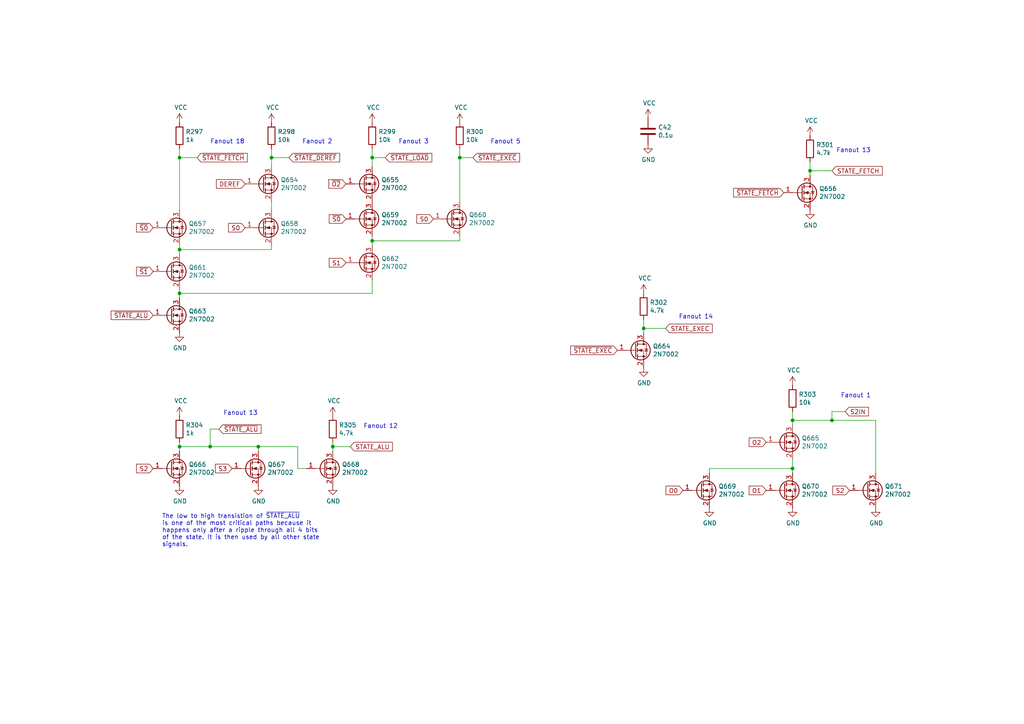
<source format=kicad_sch>
(kicad_sch (version 20211123) (generator eeschema)
  (paper "A4")
  (title_block (title "Q2 Computer") (date "2022-04-16") (rev "4c") (company "joewing.net"))
  (lib_symbols
    (symbol "Device:C" (pin_numbers hide) (pin_names (offset 0.254))
      (property "Reference" "C" (at 0.635 2.54 0))
      (property "Value" "C" (at 0.635 -2.54 0))
      (symbol "C_0_1"
        (polyline (pts (xy -2.032 -0.762) (xy 2.032 -0.762)) (stroke (width 0.508)))
        (polyline (pts (xy -2.032 0.762) (xy 2.032 0.762)) (stroke (width 0.508)))
      )
      (symbol "C_1_1"
        (pin passive line (at 0 3.81 270) (length 2.794) (name "~") (number "1"))
        (pin passive line (at 0 -3.81 90) (length 2.794) (name "~") (number "2"))
      )
    )
    (symbol "Device:R" (pin_numbers hide) (pin_names (offset 0))
      (property "Reference" "R" (at 2.032 0 90))
      (property "Value" "R" (at 0 0 90))
      (symbol "R_0_1"
        (rectangle (start -1.016 -2.54) (end 1.016 2.54) (stroke (width 0.254)))
      )
      (symbol "R_1_1"
        (pin passive line (at 0 3.81 270) (length 1.27) (name "~") (number "1"))
        (pin passive line (at 0 -3.81 90) (length 1.27) (name "~") (number "2"))
      )
    )
    (symbol "Transistor_FET:2N7002" (pin_names hide)
      (property "Reference" "Q" (at 5.08 1.905 0))
      (property "Value" "2N7002" (at 5.08 0 0))
      (symbol "2N7002_0_1"
        (polyline (pts (xy 0.254 0) (xy -2.54 0)))
        (polyline (pts (xy 0.254 1.905) (xy 0.254 -1.905)) (stroke (width 0.254)))
        (polyline (pts (xy 0.762 -1.27) (xy 0.762 -2.286)) (stroke (width 0.254)))
        (polyline (pts (xy 0.762 0.508) (xy 0.762 -0.508)) (stroke (width 0.254)))
        (polyline (pts (xy 0.762 2.286) (xy 0.762 1.27)) (stroke (width 0.254)))
        (polyline (pts (xy 2.54 2.54) (xy 2.54 1.778)))
        (polyline (pts (xy 2.54 -2.54) (xy 2.54 0) (xy 0.762 0)))
        (polyline (pts (xy 0.762 -1.778) (xy 3.302 -1.778) (xy 3.302 1.778) (xy 0.762 1.778)))
        (polyline (pts (xy 1.016 0) (xy 2.032 0.381) (xy 2.032 -0.381) (xy 1.016 0)) (fill (type outline)))
        (polyline (pts (xy 2.794 0.508) (xy 2.921 0.381) (xy 3.683 0.381) (xy 3.81 0.254)))
        (polyline (pts (xy 3.302 0.381) (xy 2.921 -0.254) (xy 3.683 -0.254) (xy 3.302 0.381)))
        (circle (center 1.651 0) (radius 2.794) (stroke (width 0.254)))
        (circle (center 2.54 -1.778) (radius 0.254) (fill (type outline)))
        (circle (center 2.54 1.778) (radius 0.254) (fill (type outline)))
      )
      (symbol "2N7002_1_1"
        (pin input line (at -5.08 0 0) (length 2.54) (name "G") (number "1"))
        (pin passive line (at 2.54 -5.08 90) (length 2.54) (name "S") (number "2"))
        (pin passive line (at 2.54 5.08 270) (length 2.54) (name "D") (number "3"))
      )
    )
    (symbol "power:GND" (power) (pin_names (offset 0))
      (property "Value" "GND" (at 0 -3.81 0))
      (symbol "GND_0_1"
        (polyline (pts (xy 0 0) (xy 0 -1.27) (xy 1.27 -1.27) (xy 0 -2.54) (xy -1.27 -1.27) (xy 0 -1.27)))
      )
      (symbol "GND_1_1"
        (pin power_in line (at 0 0 270) (length 0) hide (name "GND") (number "1"))
      )
    )
    (symbol "power:VCC" (power) (pin_names (offset 0))
      (property "Value" "VCC" (at 0 3.81 0))
      (symbol "VCC_0_1"
        (polyline (pts (xy -0.762 1.27) (xy 0 2.54)))
        (polyline (pts (xy 0 0) (xy 0 2.54)))
        (polyline (pts (xy 0 2.54) (xy 0.762 1.27)))
      )
      (symbol "VCC_1_1"
        (pin power_in line (at 0 0 90) (length 0) hide (name "VCC") (number "1"))
      )
    )
  )
  (junction (at 52.07 129.54))
  (junction (at 107.95 69.85))
  (junction (at 186.69 95.25))
  (junction (at 133.35 45.72))
  (junction (at 107.95 45.72))
  (junction (at 60.96 129.54))
  (junction (at 52.07 45.72))
  (junction (at 96.52 129.54))
  (junction (at 74.93 129.54))
  (junction (at 52.07 72.39))
  (junction (at 229.87 135.89))
  (junction (at 52.07 85.09))
  (junction (at 78.74 45.72))
  (junction (at 229.87 121.92))
  (junction (at 241.3 121.92))
  (junction (at 234.95 49.53))
  (wire (pts (xy 229.87 135.89) (xy 229.87 137.16)))
  (wire (pts (xy 60.96 129.54) (xy 74.93 129.54)))
  (wire (pts (xy 52.07 45.72) (xy 52.07 60.96)))
  (wire (pts (xy 241.3 121.92) (xy 254 121.92)))
  (wire (pts (xy 52.07 128.27) (xy 52.07 129.54)))
  (wire (pts (xy 60.96 124.46) (xy 60.96 129.54)))
  (wire (pts (xy 52.07 71.12) (xy 52.07 72.39)))
  (wire (pts (xy 52.07 129.54) (xy 60.96 129.54)))
  (wire (pts (xy 52.07 72.39) (xy 78.74 72.39)))
  (wire (pts (xy 96.52 128.27) (xy 96.52 129.54)))
  (wire (pts (xy 137.16 45.72) (xy 133.35 45.72)))
  (wire (pts (xy 241.3 119.38) (xy 241.3 121.92)))
  (wire (pts (xy 107.95 81.28) (xy 107.95 85.09)))
  (wire (pts (xy 52.07 45.72) (xy 57.15 45.72)))
  (wire (pts (xy 107.95 43.18) (xy 107.95 45.72)))
  (wire (pts (xy 229.87 119.38) (xy 229.87 121.92)))
  (wire (pts (xy 63.5 124.46) (xy 60.96 124.46)))
  (wire (pts (xy 133.35 45.72) (xy 133.35 58.42)))
  (wire (pts (xy 193.04 95.25) (xy 186.69 95.25)))
  (wire (pts (xy 133.35 43.18) (xy 133.35 45.72)))
  (wire (pts (xy 52.07 72.39) (xy 52.07 73.66)))
  (wire (pts (xy 254 121.92) (xy 254 137.16)))
  (wire (pts (xy 78.74 72.39) (xy 78.74 71.12)))
  (wire (pts (xy 234.95 46.99) (xy 234.95 49.53)))
  (wire (pts (xy 241.3 49.53) (xy 234.95 49.53)))
  (wire (pts (xy 74.93 129.54) (xy 74.93 130.81)))
  (wire (pts (xy 186.69 95.25) (xy 186.69 96.52)))
  (wire (pts (xy 133.35 69.85) (xy 133.35 68.58)))
  (wire (pts (xy 107.95 45.72) (xy 107.95 48.26)))
  (wire (pts (xy 52.07 85.09) (xy 52.07 86.36)))
  (wire (pts (xy 96.52 129.54) (xy 96.52 130.81)))
  (wire (pts (xy 52.07 83.82) (xy 52.07 85.09)))
  (wire (pts (xy 52.07 85.09) (xy 107.95 85.09)))
  (wire (pts (xy 107.95 45.72) (xy 111.76 45.72)))
  (wire (pts (xy 245.11 119.38) (xy 241.3 119.38)))
  (wire (pts (xy 101.6 129.54) (xy 96.52 129.54)))
  (wire (pts (xy 205.74 135.89) (xy 229.87 135.89)))
  (wire (pts (xy 186.69 92.71) (xy 186.69 95.25)))
  (wire (pts (xy 78.74 43.18) (xy 78.74 45.72)))
  (wire (pts (xy 229.87 135.89) (xy 229.87 133.35)))
  (wire (pts (xy 78.74 45.72) (xy 78.74 48.26)))
  (wire (pts (xy 78.74 58.42) (xy 78.74 60.96)))
  (wire (pts (xy 229.87 121.92) (xy 229.87 123.19)))
  (wire (pts (xy 234.95 49.53) (xy 234.95 50.8)))
  (wire (pts (xy 52.07 45.72) (xy 52.07 43.18)))
  (wire (pts (xy 229.87 121.92) (xy 241.3 121.92)))
  (wire (pts (xy 74.93 129.54) (xy 86.36 129.54)))
  (wire (pts (xy 107.95 69.85) (xy 107.95 68.58)))
  (wire (pts (xy 107.95 69.85) (xy 133.35 69.85)))
  (wire (pts (xy 86.36 135.89) (xy 88.9 135.89)))
  (wire (pts (xy 107.95 71.12) (xy 107.95 69.85)))
  (wire (pts (xy 52.07 129.54) (xy 52.07 130.81)))
  (wire (pts (xy 78.74 45.72) (xy 83.82 45.72)))
  (wire (pts (xy 205.74 137.16) (xy 205.74 135.89)))
  (wire (pts (xy 86.36 129.54) (xy 86.36 135.89)))
  (text "Fanout 13" (at 64.77 120.65 0) (effects (font (size 1.27 1.27)) (justify left bottom)))
  (text "Fanout 13" (at 242.57 44.45 0) (effects (font (size 1.27 1.27)) (justify left bottom)))
  (text "Fanout 14" (at 196.85 92.71 0) (effects (font (size 1.27 1.27)) (justify left bottom)))
  (text "Fanout 12" (at 105.41 124.46 0) (effects (font (size 1.27 1.27)) (justify left bottom)))
  (text "Fanout 2" (at 87.63 41.91 0) (effects (font (size 1.27 1.27)) (justify left bottom)))
  (text "Fanout 1" (at 243.84 115.57 0) (effects (font (size 1.27 1.27)) (justify left bottom)))
  (text "The low to high transistion of ~{STATE_ALU}\nis one of the most critical paths because it\nhappens only after a ripple through all 4 bits\nof the state. It is then used by all other state\nsignals." (at 46.99 158.75 0) (effects (font (size 1.27 1.27)) (justify left bottom)))
  (text "Fanout 5" (at 142.24 41.91 0) (effects (font (size 1.27 1.27)) (justify left bottom)))
  (text "Fanout 3" (at 115.57 41.91 0) (effects (font (size 1.27 1.27)) (justify left bottom)))
  (text "Fanout 18" (at 60.96 41.91 0) (effects (font (size 1.27 1.27)) (justify left bottom)))
  (global_label "S3" (shape input) (at 67.31 135.89 180) (property "Intersheet References" "${INTERSHEET_REFS}" (effects hide)))
  (global_label "S2" (shape input) (at 44.45 135.89 180) (property "Intersheet References" "${INTERSHEET_REFS}" (effects hide)))
  (global_label "~{S1}" (shape input) (at 44.45 78.74 180) (property "Intersheet References" "${INTERSHEET_REFS}" (effects hide)))
  (global_label "~{S0}" (shape input) (at 44.45 66.04 180) (property "Intersheet References" "${INTERSHEET_REFS}" (effects hide)))
  (global_label "STATE_ALU" (shape input) (at 101.6 129.54 0) (property "Intersheet References" "${INTERSHEET_REFS}" (effects hide)))
  (global_label "STATE_FETCH" (shape input) (at 241.3 49.53 0) (property "Intersheet References" "${INTERSHEET_REFS}" (effects hide)))
  (global_label "O1" (shape input) (at 222.25 142.24 180) (property "Intersheet References" "${INTERSHEET_REFS}" (effects hide)))
  (global_label "~{STATE_LOAD}" (shape input) (at 111.76 45.72 0) (property "Intersheet References" "${INTERSHEET_REFS}" (effects hide)))
  (global_label "~{S0}" (shape input) (at 100.33 63.5 180) (property "Intersheet References" "${INTERSHEET_REFS}" (effects hide)))
  (global_label "~{STATE_FETCH}" (shape input) (at 57.15 45.72 0) (property "Intersheet References" "${INTERSHEET_REFS}" (effects hide)))
  (global_label "S2IN" (shape input) (at 245.11 119.38 0) (property "Intersheet References" "${INTERSHEET_REFS}" (effects hide)))
  (global_label "~{STATE_DEREF}" (shape input) (at 83.82 45.72 0) (property "Intersheet References" "${INTERSHEET_REFS}" (effects hide)))
  (global_label "~{STATE_ALU}" (shape input) (at 44.45 91.44 180) (property "Intersheet References" "${INTERSHEET_REFS}" (effects hide)))
  (global_label "~{STATE_ALU}" (shape input) (at 63.5 124.46 0) (property "Intersheet References" "${INTERSHEET_REFS}" (effects hide)))
  (global_label "~{O2}" (shape input) (at 100.33 53.34 180) (property "Intersheet References" "${INTERSHEET_REFS}" (effects hide)))
  (global_label "~{STATE_FETCH}" (shape input) (at 227.33 55.88 180) (property "Intersheet References" "${INTERSHEET_REFS}" (effects hide)))
  (global_label "S0" (shape input) (at 125.73 63.5 180) (property "Intersheet References" "${INTERSHEET_REFS}" (effects hide)))
  (global_label "~{STATE_EXEC}" (shape input) (at 137.16 45.72 0) (property "Intersheet References" "${INTERSHEET_REFS}" (effects hide)))
  (global_label "S2" (shape input) (at 246.38 142.24 180) (property "Intersheet References" "${INTERSHEET_REFS}" (effects hide)))
  (global_label "S0" (shape input) (at 71.12 66.04 180) (property "Intersheet References" "${INTERSHEET_REFS}" (effects hide)))
  (global_label "O0" (shape input) (at 198.12 142.24 180) (property "Intersheet References" "${INTERSHEET_REFS}" (effects hide)))
  (global_label "O2" (shape input) (at 222.25 128.27 180) (property "Intersheet References" "${INTERSHEET_REFS}" (effects hide)))
  (global_label "S1" (shape input) (at 100.33 76.2 180) (property "Intersheet References" "${INTERSHEET_REFS}" (effects hide)))
  (global_label "STATE_EXEC" (shape input) (at 193.04 95.25 0) (property "Intersheet References" "${INTERSHEET_REFS}" (effects hide)))
  (global_label "DEREF" (shape input) (at 71.12 53.34 180) (property "Intersheet References" "${INTERSHEET_REFS}" (effects hide)))
  (global_label "~{STATE_EXEC}" (shape input) (at 179.07 101.6 180) (property "Intersheet References" "${INTERSHEET_REFS}" (effects hide)))
  (symbol (lib_id "Transistor_FET:2N7002") (at 49.53 91.44 0) (unit 1)
    (property "Reference" "Q663" (at 54.7116 90.2716 0) (effects (justify left)))
    (property "Value" "2N7002" (at 54.7116 92.583 0) (effects (justify left)))
    (property "Footprint" "Package_TO_SOT_SMD:SOT-23" (effects hide))
    (property "LCSC" "C181083" (effects hide))
    (property "Manufacturer" "Guangdong Hottech" (effects hide))
    (property "Part Number" "2N7002" (effects hide))
    (property "Package" "SOT-23" (effects hide))
    (property "Type" "SMD" (effects hide))
  )
  (symbol (lib_id "power:GND") (at 52.07 96.52 0) (unit 1)
    (property "Reference" "#PWR0543" (effects hide))
    (property "Value" "GND" (at 52.197 100.9142 0))
  )
  (symbol (lib_id "power:GND") (at 52.07 140.97 0) (unit 1)
    (property "Reference" "#PWR0548" (effects hide))
    (property "Value" "GND" (at 52.197 145.3642 0))
  )
  (symbol (lib_id "power:GND") (at 234.95 60.96 0) (unit 1)
    (property "Reference" "#PWR0541" (effects hide))
    (property "Value" "GND" (at 235.077 65.3542 0))
  )
  (symbol (lib_id "power:VCC") (at 234.95 39.37 0) (unit 1)
    (property "Reference" "#PWR0540" (effects hide))
    (property "Value" "VCC" (at 235.331 34.9758 0))
  )
  (symbol (lib_id "Transistor_FET:2N7002") (at 232.41 55.88 0) (unit 1)
    (property "Reference" "Q656" (at 237.5916 54.7116 0) (effects (justify left)))
    (property "Value" "2N7002" (at 237.5916 57.023 0) (effects (justify left)))
    (property "Footprint" "Package_TO_SOT_SMD:SOT-23" (effects hide))
    (property "LCSC" "C181083" (effects hide))
    (property "Manufacturer" "Guangdong Hottech" (effects hide))
    (property "Part Number" "2N7002" (effects hide))
    (property "Package" "SOT-23" (effects hide))
    (property "Type" "SMD" (effects hide))
  )
  (symbol (lib_id "power:GND") (at 186.69 106.68 0) (unit 1)
    (property "Reference" "#PWR0544" (effects hide))
    (property "Value" "GND" (at 186.817 111.0742 0))
  )
  (symbol (lib_id "power:VCC") (at 186.69 85.09 0) (unit 1)
    (property "Reference" "#PWR0542" (effects hide))
    (property "Value" "VCC" (at 187.071 80.6958 0))
  )
  (symbol (lib_id "Transistor_FET:2N7002") (at 184.15 101.6 0) (unit 1)
    (property "Reference" "Q664" (at 189.3316 100.4316 0) (effects (justify left)))
    (property "Value" "2N7002" (at 189.3316 102.743 0) (effects (justify left)))
    (property "Footprint" "Package_TO_SOT_SMD:SOT-23" (effects hide))
    (property "LCSC" "C181083" (effects hide))
    (property "Manufacturer" "Guangdong Hottech" (effects hide))
    (property "Part Number" "2N7002" (effects hide))
    (property "Package" "SOT-23" (effects hide))
    (property "Type" "SMD" (effects hide))
  )
  (symbol (lib_id "Device:R") (at 52.07 39.37 0) (unit 1)
    (property "Reference" "R297" (at 53.848 38.2016 0) (effects (justify left)))
    (property "Value" "1k" (at 53.848 40.513 0) (effects (justify left)))
    (property "Footprint" "Resistor_SMD:R_0603_1608Metric" (effects hide))
    (property "LCSC" "C21190" (effects hide))
    (property "Manufacturer" "UNI-ROYAL(Uniroyal Elec)" (effects hide))
    (property "Part Number" "0603WAF1001T5E" (effects hide))
    (property "Package" "0603" (effects hide))
    (property "Type" "SMD" (effects hide))
  )
  (symbol (lib_id "Device:R") (at 186.69 88.9 0) (unit 1)
    (property "Reference" "R302" (at 188.468 87.7316 0) (effects (justify left)))
    (property "Value" "4.7k" (at 188.468 90.043 0) (effects (justify left)))
    (property "Footprint" "Resistor_SMD:R_0603_1608Metric" (effects hide))
    (property "LCSC" "C23162" (effects hide))
    (property "Manufacturer" "UNI-ROYAL(Uniroyal Elec)" (effects hide))
    (property "Part Number" "0603WAF4701T5E" (effects hide))
    (property "Package" "0603" (effects hide))
    (property "Type" "SMD" (effects hide))
  )
  (symbol (lib_id "Device:R") (at 234.95 43.18 0) (unit 1)
    (property "Reference" "R301" (at 236.728 42.0116 0) (effects (justify left)))
    (property "Value" "4.7k" (at 236.728 44.323 0) (effects (justify left)))
    (property "Footprint" "Resistor_SMD:R_0603_1608Metric" (effects hide))
    (property "LCSC" "C23162" (effects hide))
    (property "Manufacturer" "UNI-ROYAL(Uniroyal Elec)" (effects hide))
    (property "Part Number" "0603WAF4701T5E" (effects hide))
    (property "Package" "0603" (effects hide))
    (property "Type" "SMD" (effects hide))
  )
  (symbol (lib_id "Device:R") (at 52.07 124.46 0) (unit 1)
    (property "Reference" "R304" (at 53.848 123.2916 0) (effects (justify left)))
    (property "Value" "1k" (at 53.848 125.603 0) (effects (justify left)))
    (property "Footprint" "Resistor_SMD:R_0603_1608Metric" (effects hide))
    (property "LCSC" "C21190" (effects hide))
    (property "Manufacturer" "UNI-ROYAL(Uniroyal Elec)" (effects hide))
    (property "Part Number" "0603WAF1001T5E" (effects hide))
    (property "Package" "0603" (effects hide))
    (property "Type" "SMD" (effects hide))
  )
  (symbol (lib_id "power:GND") (at 74.93 140.97 0) (unit 1)
    (property "Reference" "#PWR0549" (effects hide))
    (property "Value" "GND" (at 75.057 145.3642 0))
  )
  (symbol (lib_id "Device:R") (at 96.52 124.46 0) (unit 1)
    (property "Reference" "R305" (at 98.298 123.2916 0) (effects (justify left)))
    (property "Value" "4.7k" (at 98.298 125.603 0) (effects (justify left)))
    (property "Footprint" "Resistor_SMD:R_0603_1608Metric" (effects hide))
    (property "LCSC" "C23162" (effects hide))
    (property "Manufacturer" "UNI-ROYAL(Uniroyal Elec)" (effects hide))
    (property "Part Number" "0603WAF4701T5E" (effects hide))
    (property "Package" "0603" (effects hide))
    (property "Type" "SMD" (effects hide))
  )
  (symbol (lib_id "power:VCC") (at 96.52 120.65 0) (unit 1)
    (property "Reference" "#PWR0547" (effects hide))
    (property "Value" "VCC" (at 96.901 116.2558 0))
  )
  (symbol (lib_id "Transistor_FET:2N7002") (at 49.53 66.04 0) (unit 1)
    (property "Reference" "Q657" (at 54.7116 64.8716 0) (effects (justify left)))
    (property "Value" "2N7002" (at 54.7116 67.183 0) (effects (justify left)))
    (property "Footprint" "Package_TO_SOT_SMD:SOT-23" (effects hide))
    (property "LCSC" "C181083" (effects hide))
    (property "Manufacturer" "Guangdong Hottech" (effects hide))
    (property "Part Number" "2N7002" (effects hide))
    (property "Package" "SOT-23" (effects hide))
    (property "Type" "SMD" (effects hide))
  )
  (symbol (lib_id "Transistor_FET:2N7002") (at 49.53 78.74 0) (unit 1)
    (property "Reference" "Q661" (at 54.7116 77.5716 0) (effects (justify left)))
    (property "Value" "2N7002" (at 54.7116 79.883 0) (effects (justify left)))
    (property "Footprint" "Package_TO_SOT_SMD:SOT-23" (effects hide))
    (property "LCSC" "C181083" (effects hide))
    (property "Manufacturer" "Guangdong Hottech" (effects hide))
    (property "Part Number" "2N7002" (effects hide))
    (property "Package" "SOT-23" (effects hide))
    (property "Type" "SMD" (effects hide))
  )
  (symbol (lib_id "Transistor_FET:2N7002") (at 93.98 135.89 0) (unit 1)
    (property "Reference" "Q668" (at 99.1616 134.7216 0) (effects (justify left)))
    (property "Value" "2N7002" (at 99.1616 137.033 0) (effects (justify left)))
    (property "Footprint" "Package_TO_SOT_SMD:SOT-23" (effects hide))
    (property "LCSC" "C181083" (effects hide))
    (property "Manufacturer" "Guangdong Hottech" (effects hide))
    (property "Part Number" "2N7002" (effects hide))
    (property "Package" "SOT-23" (effects hide))
    (property "Type" "SMD" (effects hide))
  )
  (symbol (lib_id "power:GND") (at 96.52 140.97 0) (unit 1)
    (property "Reference" "#PWR0550" (effects hide))
    (property "Value" "GND" (at 96.647 145.3642 0))
  )
  (symbol (lib_id "Transistor_FET:2N7002") (at 76.2 53.34 0) (unit 1)
    (property "Reference" "Q654" (at 81.3816 52.1716 0) (effects (justify left)))
    (property "Value" "2N7002" (at 81.3816 54.483 0) (effects (justify left)))
    (property "Footprint" "Package_TO_SOT_SMD:SOT-23" (effects hide))
    (property "LCSC" "C181083" (effects hide))
    (property "Manufacturer" "Guangdong Hottech" (effects hide))
    (property "Part Number" "2N7002" (effects hide))
    (property "Package" "SOT-23" (effects hide))
    (property "Type" "SMD" (effects hide))
  )
  (symbol (lib_id "Transistor_FET:2N7002") (at 76.2 66.04 0) (unit 1)
    (property "Reference" "Q658" (at 81.3816 64.8716 0) (effects (justify left)))
    (property "Value" "2N7002" (at 81.3816 67.183 0) (effects (justify left)))
    (property "Footprint" "Package_TO_SOT_SMD:SOT-23" (effects hide))
    (property "LCSC" "C181083" (effects hide))
    (property "Manufacturer" "Guangdong Hottech" (effects hide))
    (property "Part Number" "2N7002" (effects hide))
    (property "Package" "SOT-23" (effects hide))
    (property "Type" "SMD" (effects hide))
  )
  (symbol (lib_id "Transistor_FET:2N7002") (at 105.41 63.5 0) (unit 1)
    (property "Reference" "Q659" (at 110.5916 62.3316 0) (effects (justify left)))
    (property "Value" "2N7002" (at 110.5916 64.643 0) (effects (justify left)))
    (property "Footprint" "Package_TO_SOT_SMD:SOT-23" (effects hide))
    (property "LCSC" "C181083" (effects hide))
    (property "Manufacturer" "Guangdong Hottech" (effects hide))
    (property "Part Number" "2N7002" (effects hide))
    (property "Package" "SOT-23" (effects hide))
    (property "Type" "SMD" (effects hide))
  )
  (symbol (lib_id "Transistor_FET:2N7002") (at 105.41 76.2 0) (unit 1)
    (property "Reference" "Q662" (at 110.5916 75.0316 0) (effects (justify left)))
    (property "Value" "2N7002" (at 110.5916 77.343 0) (effects (justify left)))
    (property "Footprint" "Package_TO_SOT_SMD:SOT-23" (effects hide))
    (property "LCSC" "C181083" (effects hide))
    (property "Manufacturer" "Guangdong Hottech" (effects hide))
    (property "Part Number" "2N7002" (effects hide))
    (property "Package" "SOT-23" (effects hide))
    (property "Type" "SMD" (effects hide))
  )
  (symbol (lib_id "Transistor_FET:2N7002") (at 105.41 53.34 0) (unit 1)
    (property "Reference" "Q655" (at 110.5916 52.1716 0) (effects (justify left)))
    (property "Value" "2N7002" (at 110.5916 54.483 0) (effects (justify left)))
    (property "Footprint" "Package_TO_SOT_SMD:SOT-23" (effects hide))
    (property "LCSC" "C181083" (effects hide))
    (property "Manufacturer" "Guangdong Hottech" (effects hide))
    (property "Part Number" "2N7002" (effects hide))
    (property "Package" "SOT-23" (effects hide))
    (property "Type" "SMD" (effects hide))
  )
  (symbol (lib_id "Transistor_FET:2N7002") (at 130.81 63.5 0) (unit 1)
    (property "Reference" "Q660" (at 135.9916 62.3316 0) (effects (justify left)))
    (property "Value" "2N7002" (at 135.9916 64.643 0) (effects (justify left)))
    (property "Footprint" "Package_TO_SOT_SMD:SOT-23" (effects hide))
    (property "LCSC" "C181083" (effects hide))
    (property "Manufacturer" "Guangdong Hottech" (effects hide))
    (property "Part Number" "2N7002" (effects hide))
    (property "Package" "SOT-23" (effects hide))
    (property "Type" "SMD" (effects hide))
  )
  (symbol (lib_id "power:VCC") (at 52.07 35.56 0) (unit 1)
    (property "Reference" "#PWR0536" (effects hide))
    (property "Value" "VCC" (at 52.451 31.1658 0))
  )
  (symbol (lib_id "Device:R") (at 78.74 39.37 0) (unit 1)
    (property "Reference" "R298" (at 80.518 38.2016 0) (effects (justify left)))
    (property "Value" "10k" (at 80.518 40.513 0) (effects (justify left)))
    (property "Footprint" "Resistor_SMD:R_0603_1608Metric" (effects hide))
    (property "LCSC" "C25804" (effects hide))
    (property "Manufacturer" "UNI-ROYAL(Uniroyal Elec)" (effects hide))
    (property "Part Number" "0603WAF1002T5E" (effects hide))
    (property "Package" "0603" (effects hide))
    (property "Type" "SMD" (effects hide))
  )
  (symbol (lib_id "power:VCC") (at 78.74 35.56 0) (unit 1)
    (property "Reference" "#PWR0537" (effects hide))
    (property "Value" "VCC" (at 79.121 31.1658 0))
  )
  (symbol (lib_id "Device:R") (at 107.95 39.37 0) (unit 1)
    (property "Reference" "R299" (at 109.728 38.2016 0) (effects (justify left)))
    (property "Value" "10k" (at 109.728 40.513 0) (effects (justify left)))
    (property "Footprint" "Resistor_SMD:R_0603_1608Metric" (effects hide))
    (property "LCSC" "C25804" (effects hide))
    (property "Manufacturer" "UNI-ROYAL(Uniroyal Elec)" (effects hide))
    (property "Part Number" "0603WAF1002T5E" (effects hide))
    (property "Package" "0603" (effects hide))
    (property "Type" "SMD" (effects hide))
  )
  (symbol (lib_id "power:VCC") (at 107.95 35.56 0) (unit 1)
    (property "Reference" "#PWR0538" (effects hide))
    (property "Value" "VCC" (at 108.331 31.1658 0))
  )
  (symbol (lib_id "Device:R") (at 133.35 39.37 0) (unit 1)
    (property "Reference" "R300" (at 135.128 38.2016 0) (effects (justify left)))
    (property "Value" "10k" (at 135.128 40.513 0) (effects (justify left)))
    (property "Footprint" "Resistor_SMD:R_0603_1608Metric" (effects hide))
    (property "LCSC" "C25804" (effects hide))
    (property "Manufacturer" "UNI-ROYAL(Uniroyal Elec)" (effects hide))
    (property "Part Number" "0603WAF1002T5E" (effects hide))
    (property "Package" "0603" (effects hide))
    (property "Type" "SMD" (effects hide))
  )
  (symbol (lib_id "power:VCC") (at 133.35 35.56 0) (unit 1)
    (property "Reference" "#PWR0539" (effects hide))
    (property "Value" "VCC" (at 133.731 31.1658 0))
  )
  (symbol (lib_id "Transistor_FET:2N7002") (at 49.53 135.89 0) (unit 1)
    (property "Reference" "Q666" (at 54.7116 134.7216 0) (effects (justify left)))
    (property "Value" "2N7002" (at 54.7116 137.033 0) (effects (justify left)))
    (property "Footprint" "Package_TO_SOT_SMD:SOT-23" (effects hide))
    (property "LCSC" "C181083" (effects hide))
    (property "Manufacturer" "Guangdong Hottech" (effects hide))
    (property "Part Number" "2N7002" (effects hide))
    (property "Package" "SOT-23" (effects hide))
    (property "Type" "SMD" (effects hide))
  )
  (symbol (lib_id "Transistor_FET:2N7002") (at 72.39 135.89 0) (unit 1)
    (property "Reference" "Q667" (at 77.5716 134.7216 0) (effects (justify left)))
    (property "Value" "2N7002" (at 77.5716 137.033 0) (effects (justify left)))
    (property "Footprint" "Package_TO_SOT_SMD:SOT-23" (effects hide))
    (property "LCSC" "C181083" (effects hide))
    (property "Manufacturer" "Guangdong Hottech" (effects hide))
    (property "Part Number" "2N7002" (effects hide))
    (property "Package" "SOT-23" (effects hide))
    (property "Type" "SMD" (effects hide))
  )
  (symbol (lib_id "Transistor_FET:2N7002") (at 203.2 142.24 0) (unit 1)
    (property "Reference" "Q669" (at 208.3816 141.0716 0) (effects (justify left)))
    (property "Value" "2N7002" (at 208.3816 143.383 0) (effects (justify left)))
    (property "Footprint" "Package_TO_SOT_SMD:SOT-23" (effects hide))
    (property "LCSC" "C181083" (effects hide))
    (property "Manufacturer" "Guangdong Hottech" (effects hide))
    (property "Part Number" "2N7002" (effects hide))
    (property "Package" "SOT-23" (effects hide))
    (property "Type" "SMD" (effects hide))
  )
  (symbol (lib_id "Transistor_FET:2N7002") (at 227.33 142.24 0) (unit 1)
    (property "Reference" "Q670" (at 232.5116 141.0716 0) (effects (justify left)))
    (property "Value" "2N7002" (at 232.5116 143.383 0) (effects (justify left)))
    (property "Footprint" "Package_TO_SOT_SMD:SOT-23" (effects hide))
    (property "LCSC" "C181083" (effects hide))
    (property "Manufacturer" "Guangdong Hottech" (effects hide))
    (property "Part Number" "2N7002" (effects hide))
    (property "Package" "SOT-23" (effects hide))
    (property "Type" "SMD" (effects hide))
  )
  (symbol (lib_id "Transistor_FET:2N7002") (at 227.33 128.27 0) (unit 1)
    (property "Reference" "Q665" (at 232.5116 127.1016 0) (effects (justify left)))
    (property "Value" "2N7002" (at 232.5116 129.413 0) (effects (justify left)))
    (property "Footprint" "Package_TO_SOT_SMD:SOT-23" (effects hide))
    (property "LCSC" "C181083" (effects hide))
    (property "Manufacturer" "Guangdong Hottech" (effects hide))
    (property "Part Number" "2N7002" (effects hide))
    (property "Package" "SOT-23" (effects hide))
    (property "Type" "SMD" (effects hide))
  )
  (symbol (lib_id "Transistor_FET:2N7002") (at 251.46 142.24 0) (unit 1)
    (property "Reference" "Q671" (at 256.6416 141.0716 0) (effects (justify left)))
    (property "Value" "2N7002" (at 256.6416 143.383 0) (effects (justify left)))
    (property "Footprint" "Package_TO_SOT_SMD:SOT-23" (effects hide))
    (property "LCSC" "C181083" (effects hide))
    (property "Manufacturer" "Guangdong Hottech" (effects hide))
    (property "Part Number" "2N7002" (effects hide))
    (property "Package" "SOT-23" (effects hide))
    (property "Type" "SMD" (effects hide))
  )
  (symbol (lib_id "Device:R") (at 229.87 115.57 0) (unit 1)
    (property "Reference" "R303" (at 231.648 114.4016 0) (effects (justify left)))
    (property "Value" "10k" (at 231.648 116.713 0) (effects (justify left)))
    (property "Footprint" "Resistor_SMD:R_0603_1608Metric" (effects hide))
    (property "LCSC" "C25804" (effects hide))
    (property "Manufacturer" "UNI-ROYAL(Uniroyal Elec)" (effects hide))
    (property "Part Number" "0603WAF1002T5E" (effects hide))
    (property "Package" "0603" (effects hide))
    (property "Type" "SMD" (effects hide))
  )
  (symbol (lib_id "power:VCC") (at 229.87 111.76 0) (unit 1)
    (property "Reference" "#PWR0545" (effects hide))
    (property "Value" "VCC" (at 230.251 107.3658 0))
  )
  (symbol (lib_id "power:GND") (at 205.74 147.32 0) (unit 1)
    (property "Reference" "#PWR0551" (effects hide))
    (property "Value" "GND" (at 205.867 151.7142 0))
  )
  (symbol (lib_id "power:GND") (at 229.87 147.32 0) (unit 1)
    (property "Reference" "#PWR0552" (effects hide))
    (property "Value" "GND" (at 229.997 151.7142 0))
  )
  (symbol (lib_id "power:GND") (at 254 147.32 0) (unit 1)
    (property "Reference" "#PWR0553" (effects hide))
    (property "Value" "GND" (at 254.127 151.7142 0))
  )
  (symbol (lib_id "power:VCC") (at 52.07 120.65 0) (unit 1)
    (property "Reference" "#PWR0546" (effects hide))
    (property "Value" "VCC" (at 52.451 116.2558 0))
  )
  (symbol (lib_id "Device:C") (at 187.96 38.1 0) (unit 1)
    (property "Reference" "C42" (at 190.881 36.9316 0) (effects (justify left)))
    (property "Value" "0.1u" (at 190.881 39.243 0) (effects (justify left)))
    (property "Footprint" "Capacitor_SMD:C_0805_2012Metric" (effects hide))
    (property "LCSC" "C49678" (effects hide))
    (property "Manufacturer" "YAGEO" (effects hide))
    (property "Part Number" "CC0805KRX7R9BB104" (effects hide))
    (property "Package" "0805" (effects hide))
    (property "Type" "SMD" (effects hide))
  )
  (symbol (lib_id "power:GND") (at 187.96 41.91 0) (unit 1)
    (property "Reference" "#PWR0920" (effects hide))
    (property "Value" "GND" (at 188.087 46.3042 0))
  )
  (symbol (lib_id "power:VCC") (at 187.96 34.29 0) (unit 1)
    (property "Reference" "#PWR0884" (effects hide))
    (property "Value" "VCC" (at 188.341 29.8958 0))
  )
)
</source>
